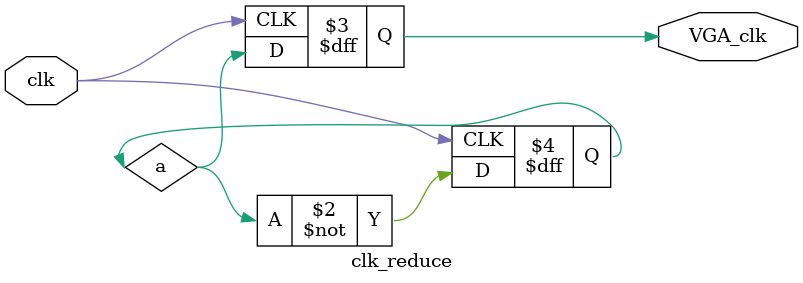
<source format=v>
module Snake(clk, rst, DAC_clk, VGA_R, VGA_G, VGA_B, VGA_Hsync, 
					VGA_Vsync, blank_n, KB_clk, data);

					
// variables
// clock and rest					
input clk, rst;
input KB_clk, data;


// snake direction
wire [4:0]direction;
wire reset;


// R, G, B values
output reg [7:0]VGA_R;
output reg [7:0]VGA_G;
output reg [7:0]VGA_B;


// VGA paramters
output VGA_Hsync;
output VGA_Vsync;
output DAC_clk;
output blank_n;


// x, y coordinate counter
wire [10:0]xCounter;
wire [10:0]yCounter;


// RGB
wire R;
wire G;
wire B;


// VGA clock update, and display
wire update;
wire VGA_clk;
wire displayArea;


// Snake
// Snake head
wire snakeHead;
reg snakeBody;
reg [9:0]xHead;
reg [9:0]yHead;


// Snake body
// X-values
reg [10:0] x, x1, x2, x3, x4, x5, x6, x7, x8, x9, x10, x11, x12, x13, x14, x15;
// Y-values
reg [10:0] y, y1, y2, y3, y4, y5, y6, y7, y8, y9, y10, y11, y12, y13, y14, y15;

reg body1, body2, body3, body4, body5, body6,
		body7, body8, body9, body10, body11, body12,
		body13, body14, body15;

		
// Apple, apple coordinate, and apple count
// Apple count = # of apples eaten by snake
reg [9:0]appleCount;

reg [10:0]appleX,appleY;
reg [15:0]appleXCount, appleYCount;


// Border and game status
reg border;
reg game_over;
reg win_game;


// Use modules for keyboard input, VGA output, and clock changes
// kbInput and VGA_generator created by Ian Sweetland, Kristjan Jacobson, and Daniel Lovegrove
// https://www.instructables.com/id/Snake-on-an-FPGA-Verilog/ 
kbInput keyboard(KB_clk, data, direction, reset);
updateCLK clk_updateCLK(clk, update);
clk_reduce reduce(clk, VGA_clk);
VGA_generator generator(VGA_clk, VGA_Hsync, VGA_Vsync, DisplayArea, xCounter, yCounter, blank_n);


// Assign values
assign DAC_clk = VGA_clk;
assign snakeHead = (xCounter >= x && xCounter <= x+15 && yCounter >= y && yCounter <= y + 15); //assign snakeHead value
assign apple = (xCounter >= appleX + 5 && xCounter <= appleX + 15 && yCounter >= appleY + 5 && yCounter <= appleY + 15); //assign apple value


// Apple generation and direction
always@(posedge update)
begin
	if(rst == 0)
	begin	
		x <= 11'd320; 
		y <= 11'd240;		
	end
	else
	begin
		// Creates pseudo-random coordinates for apple x, y coordinates
		appleXCount <= ((appleXCount + 10'd75) % 10'd600);
		appleYCount <= ((appleYCount + 10'd75) % 9'd420);
					
		x1 <= x; y1 <= y;
		x2 <= x1; y2 <= y1;
		x3 <= x2; y3 <= y2;
		x4 <= x3; y4 <= y3;
		x5 <= x4; y5 <= y4;
		x6 <= x5; y6 <= y5;
		x7 <= x6; y7 <= y6;
		x8 <= x7; y8 <= y7;
		x9 <= x8; y9 <= y8;
		x10 <= x9; y10 <= y9;
		x11 <= x10; y11 <= y10;
		x12 <= x11; y12 <= y11;
		x13 <= x12; y13 <= y12;
		x14 <= x13; y14 <= y13;
		x15 <= x14; y15 <= y14;

			case(direction)
			// Up
			5'b00010: y <= y - 11'd20; 
			// Left
			5'b00100: x <= x - 11'd20; 
			// Down
			5'b01000: y <= y + 11'd20; 
			// Right
			5'b10000: x <= x + 11'd20; 
			endcase		
	end
end



// Border Creation
always @(posedge VGA_clk)
begin
	border <= (((xCounter >= 0) && (xCounter < 11) || (xCounter >= 630) && (xCounter < 641)) 
				|| ((yCounter >= 0) && (yCounter < 11) || (yCounter >= 470) && (yCounter < 481)));
end
//Assign colors to snake, apple, background, border
assign R = ((snakeHead || body1 || body2 || body3 || body4
					 || body5 || body6 || body7 || body8
					  || body9 || body10 || body11 || body12
					   || body13 || body14 || body15) || apple || game_over) && ~win_game;
assign G = (snakeHead || body1 || body2 || body3 || body4
					 || body5 || body6 || body7 || body8
					  || body9 || body10 || body11 || body12
					   || body13 || body14 || body15 || win_game) && ~game_over;
assign B = ((snakeHead || body1 || body2 || body3 || body4
					 || body5 || body6 || body7 || body8
					  || body9 || body10 || body11 || body12
					   || body13 || body14 || body15) || border) && (~game_over && ~win_game);
// VGA colors
always@(posedge VGA_clk)
begin
	VGA_R = {8{R}};
	VGA_G = {8{G}};
	VGA_B = {8{B}};
end


// Define values for snake and apple/ gaming specifics
initial
begin
	
	appleX = 9'd400;
	appleY = 8'd400;
	appleXCount = 9'd400;
	appleYCount = 8'd400;
	
	x = 11'd320; y = 11'd240;
	x1 = 11'd320; y1 = 11'd240;
	x2 = 11'd320; y2 = 11'd240;
	x3 = 11'd320; y3 = 11'd240;
	x4 = 11'd320; y4 = 11'd240;
	x5 = 11'd320; y5 = 11'd240;
	x6 = 11'd320; y6 = 11'd240;
	x7 = 11'd320; y7 = 11'd240;
	x8 = 11'd320; y8 = 11'd240;
	x9 = 11'd320; y9 = 11'd240;
	x10 = 11'd320; y10 = 11'd240;
	x11 = 11'd320; y11 = 11'd240;
	x12 = 11'd320; y12 = 11'd240;
	x13 = 11'd320; y13 = 11'd240;
	x14 = 11'd320; y14 = 11'd240;
	x15 = 11'd320; y15 = 11'd240;
end

// FSM for game 
always@(posedge VGA_clk)
begin
	if(rst == 0)
	begin
		appleX <= appleXCount;
		appleY <= appleYCount;
		
		body1 <= 0;
		body2 <= 0;
		body3 <= 0;
		body4 <= 0;
		body5 <= 0;
		body6 <= 0;
		body7 <= 0;
		body8 <= 0;
		body9 <= 0;
		body10 <= 0;
		body11 <= 0;
		body12 <= 0;
		body13 <= 0;
		body14 <= 0;
		body15 <= 0;
		
		win_game <= 0;
		game_over <= 0;
		appleCount <= 0;
	end
	else 
		begin
		// Snake respawn if apple is eaten of if apple spawns in snake
		if(snakeHead && apple || 
			 (apple &&(body1 || body2 || body3 || body4
					 || body5 || body6 || body7 || body8
					  || body9 || body10 || body11 || body12
					   || body13 || body14 || body15)))
		begin
			appleX <= appleXCount;
			appleY <= appleYCount;
			appleCount <= appleCount + 1;
		end
		
		// Respawn apple if in border buffer
		else if(apple && border)
		begin
			appleX <= appleXCount;
			appleY <= appleYCount;
		end
		
		// Collision detection, leads to game over screen
		else if(snakeHead && ( body1 || body2 || body3 || body4
					 || body5 || body6 || body7 || body8
					  || body9 || body10 || body11 || body12
					   || body13 || body14 || body15||border))
		begin
			game_over <= 1;
		end
		
		// Assigning values for snake body
		if(appleCount > 10'd0)
		begin			
			body1 <= blank_n &&(xCounter >= x1 && xCounter <= x1+15 && yCounter >= y1 && yCounter <= y1 +15);
		end
		if(appleCount > 10'd1)
		begin	
			body2 <= blank_n &&(xCounter >= x2 && xCounter <= x2+15 && yCounter >= y2 && yCounter <= y2 +15);
		end
		if(appleCount > 10'd2)
		begin		
			body3 <= (xCounter >= x3 && xCounter <= x3+15 && yCounter >= y3 && yCounter <= y3 +15);
		end
		if(appleCount > 10'd3)
		begin	
			body4 <= (xCounter >= x4 && xCounter <= x4+15 && yCounter >= y4 && yCounter <= y4 +15);
		end
		if(appleCount > 10'd4)
		begin			
			body5 <= (xCounter >= x5 && xCounter <= x5+15 && yCounter >= y5 && yCounter <= y5 +15);
		end
		if(appleCount > 10'd5)
		begin			
			body6 <= (xCounter >= x6 && xCounter <= x6+15 && yCounter >= y6 && yCounter <= y6 +15);
		end
		if(appleCount > 10'd6)
		begin			
			body7 <= (xCounter >= x7 && xCounter <= x7+15 && yCounter >= y7 && yCounter <= y7 +15);
		end
		if(appleCount > 10'd7)
		begin			
			body8 <= (xCounter >= x8 && xCounter <= x8+15 && yCounter >= y8 && yCounter <= y8 +15);
		end
		if(appleCount > 10'd8)
		begin			
			body9 <= (xCounter >= x9 && xCounter <= x9+15 && yCounter >= y9 && yCounter <= y9 +15);
		end
		if(appleCount > 10'd9)
		begin			
			body10 <= (xCounter >= x10 && xCounter <= x10+15 && yCounter >= y10 && yCounter <= y10 +15);
		end
		if(appleCount > 10'd10)
		begin			
			body11 <= (xCounter >= x11 && xCounter <= x11+15 && yCounter >= y11 && yCounter <= y11 +15);
		end
		if(appleCount > 10'd11)
		begin			
			body12 <= (xCounter >= x12 && xCounter <= x12+15 && yCounter >= y12 && yCounter <= y12 +15);
		end
		if(appleCount > 10'd12)
		begin			
			body13 <= (xCounter >= x13 && xCounter <= x13+15 && yCounter >= y13 && yCounter <= y13 +15);
		end
		if(appleCount > 10'd13)
		begin			
			body14 <= (xCounter >= x14 && xCounter <= x14+15 && yCounter >= y14 && yCounter <= y14 +15);
		end
		if(appleCount > 10'd14)
		begin			
			body15 <= (xCounter >= x15 && xCounter <= x15+15 && yCounter >= y15 && yCounter <= y15 +15);
		end
		
		// Check game status if 15 apples reached, game is won
		if(appleCount > 10'd15)
		begin
			win_game <= 1;
			if(snakeHead&&border)
				game_over <= 0;
		end
	end
end
endmodule


/////////////////////////////////////////////////////////////////// keyboard input
// kbInput and VGA_generator created by Ian Sweetland, Kristjan Jacobson, and Daniel Lovegrove
// https://www.instructables.com/id/Snake-on-an-FPGA-Verilog/ 
module kbInput(KB_clk, data, direction,reset);

	input KB_clk, data;
	output reg [4:0] direction;
	output reg reset = 0; 
	reg [7:0] code, previousCode;
	reg [10:0]keyCode;
	reg [10:0]TEMP;
	reg extended_key;
	reg key_e;
	wire odd_check;
	wire even_check;
	
	//reg recordNext = 0;
	integer count = 0;
	initial 
		begin
		direction = 5'b10000;
	end
	
	assign even_check = ^keyCode[8:1];
  assign odd_check = ~even_check;
	//assign 
always@(negedge KB_clk)
	begin
	TEMP[0] <= TEMP[1];
	TEMP[1] <= TEMP[2];
	TEMP[2] <= TEMP[3];
	TEMP[3] <= TEMP[4];
	TEMP[4] <= TEMP[5];
	TEMP[5] <= TEMP[6];
	TEMP[6] <= TEMP[7];
	TEMP[7] <= TEMP[8];
	TEMP[8] <= TEMP[9];
	TEMP[9] <= TEMP[10];
	TEMP[10]<= data;
	keyCode[count] = data;
	count = count + 1;			
		if(count == 11)
	//	if((keyCode[0]==1'b0)&(keyCode==keyCode[9])&(keyCode[9]==1'b1))
		//if((TEMP[0]==1'b0)&&(TEMP[9]==1'b1)&&(TEMP[10]==1'b1))
			begin
			if(previousCode == 8'hF0)
				begin
				code<= keyCode[8:1];
				end
			previousCode = keyCode[8:1];
				count = 0;
			end
			
			
			
			
		//if(TEMP[10]==
	end
	
	always@(code)
	begin
			if((code == 8'h75)||(code ==8'h1D)) //up
				direction = 5'b00010;
			else if((code == 8'h6B)||(code ==8'h1C))//left
				direction = 5'b00100;
			else if((code == 8'h72)||(code ==8'h1B))
				direction = 5'b01000;//down
			else if((code == 8'h74)||(code ==8'h23))
				direction = 5'b10000;//right
			else if(code == 8'h2D)
				direction = 5'b00001;
			else direction = 5'b00001;
	end	
endmodule




/////////////////////////////////////////////////////////////////// VGA_generator to display using VGA
// kbInput and VGA_generator created by Ian Sweetland, Kristjan Jacobson, and Daniel Lovegrove
// https://www.instructables.com/id/Snake-on-an-FPGA-Verilog/ 
module VGA_generator(VGA_clk, VGA_Hsync, VGA_Vsync, DisplayArea, xCounter, yCounter, blank_n);
input VGA_clk;
output VGA_Hsync, VGA_Vsync, blank_n;
output reg DisplayArea;
output reg [9:0] xCounter;
output reg [9:0] yCounter;

reg HSync;
reg VSync;

integer HFront = 640;//640
integer hSync = 655;//655
integer HBack = 747;//747
integer maxH = 793;//793

integer VFront = 480;//480
integer vSync = 490;//490
integer VBack = 492;//492
integer maxV = 525;//525

always@(posedge VGA_clk)
begin
	if(xCounter === maxH)
		xCounter <= 0;
	else
		xCounter <= xCounter + 1;
end

always@(posedge VGA_clk)
begin
	if(xCounter == maxH)
	begin
		if(yCounter === maxV)
			yCounter <= 0;
		else
			yCounter <= yCounter +1;
	end
end

always@(posedge VGA_clk)
begin
	DisplayArea <= ((xCounter < HFront) && (yCounter < VFront));
end

always@(posedge VGA_clk)
begin
	HSync <= ((xCounter >= hSync) && (xCounter < HBack));
	VSync <= ((yCounter >= vSync) && (yCounter < VBack));
end

assign VGA_Vsync = ~VSync;
assign VGA_Hsync = ~HSync;
assign blank_n = DisplayArea;

endmodule


/////////////////////////////////////////////////////////////////// update clk to lower snake speed
module updateCLK(clk, update);
input clk;
output reg update;
reg[21:0]count;

always@(posedge clk)
begin
	count <= count + 1;
	if(count == 2500000)
	begin
		update <= ~update;
		count <= 0;
	end
end
endmodule


/////////////////////////////////////////////////////////////////// reduce clk from 50MHz to 25MHz
module clk_reduce(clk, VGA_clk);

	input clk;
	output reg VGA_clk;
	reg a;

	always@(posedge clk)
	begin
		a <= ~a; 
		VGA_clk <= a;
	end
endmodule




</source>
